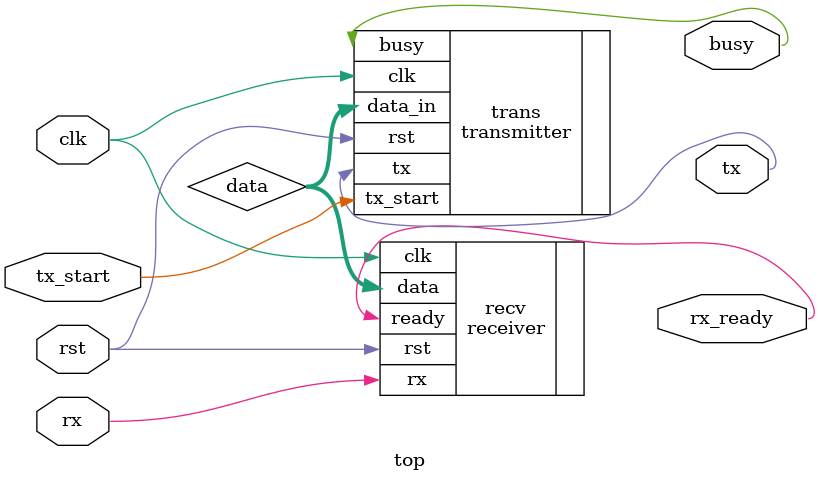
<source format=v>
`timescale 1ns / 1ps
module top(clk, rst, rx, rx_ready, tx_start, tx, busy);
	input rx;
	input rst;
	input clk; //100 MHZ clock
	output rx_ready; //ready signal synchronized with clock signal indicating that data is ready to be read
	
	input tx_start;
	output tx;
	output busy;
	
	reg [7:0] data; //8-bit parallel data

	receiver recv(
		.clk(clk),
		.rx(rx),
		.ready(rx_ready),
		.data(data),
		.rst(rst)
    );
	
	transmitter trans(
		.tx(tx),
		.clk(clk),
		.rst(rst),
		.data_in(data),
		.busy(busy),
		.tx_start(tx_start)
    );
endmodule
</source>
